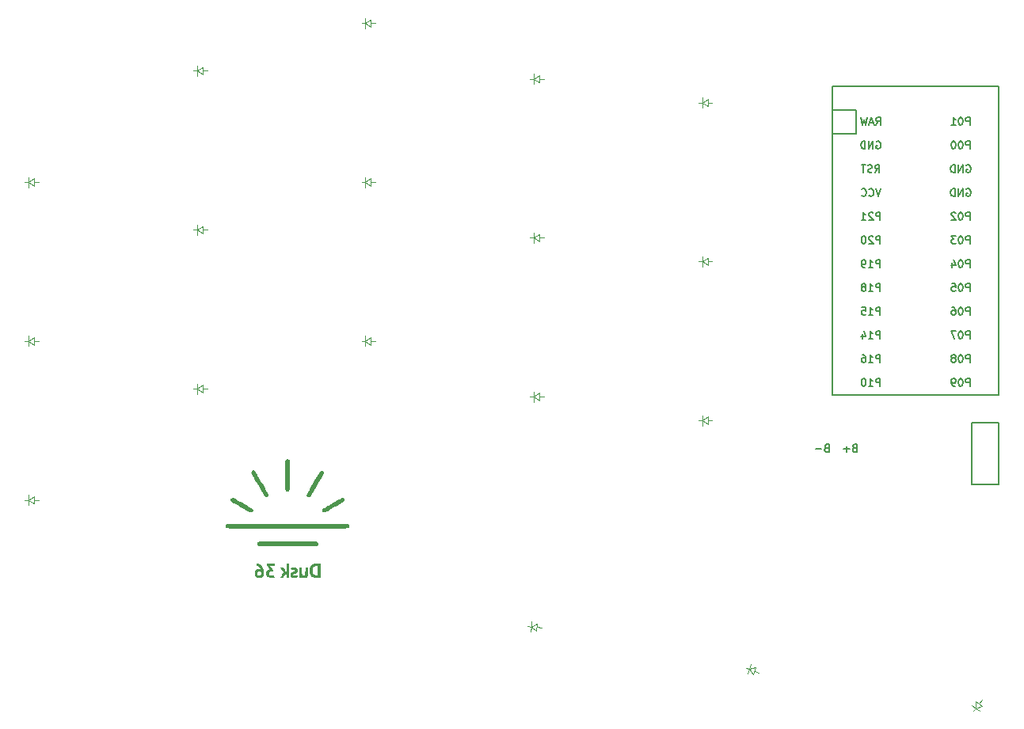
<source format=gbr>
%TF.GenerationSoftware,KiCad,Pcbnew,(6.0.7-1)-1*%
%TF.CreationDate,2022-09-04T19:21:53+10:00*%
%TF.ProjectId,Dusk 36,4475736b-2033-4362-9e6b-696361645f70,v1.0.0*%
%TF.SameCoordinates,Original*%
%TF.FileFunction,Legend,Bot*%
%TF.FilePolarity,Positive*%
%FSLAX46Y46*%
G04 Gerber Fmt 4.6, Leading zero omitted, Abs format (unit mm)*
G04 Created by KiCad (PCBNEW (6.0.7-1)-1) date 2022-09-04 19:21:53*
%MOMM*%
%LPD*%
G01*
G04 APERTURE LIST*
%ADD10C,0.150000*%
%ADD11C,0.100000*%
G04 APERTURE END LIST*
D10*
%TO.C,PAD1*%
X226999536Y-103284026D02*
X226885250Y-103322121D01*
X226847155Y-103360216D01*
X226809060Y-103436407D01*
X226809060Y-103550692D01*
X226847155Y-103626883D01*
X226885250Y-103664978D01*
X226961441Y-103703073D01*
X227266202Y-103703073D01*
X227266202Y-102903073D01*
X226999536Y-102903073D01*
X226923345Y-102941169D01*
X226885250Y-102979264D01*
X226847155Y-103055454D01*
X226847155Y-103131645D01*
X226885250Y-103207835D01*
X226923345Y-103245930D01*
X226999536Y-103284026D01*
X227266202Y-103284026D01*
X226466202Y-103398311D02*
X225856679Y-103398311D01*
X226161441Y-103703073D02*
X226161441Y-103093549D01*
%TO.C,PAD2*%
X223999543Y-103284032D02*
X223885257Y-103322127D01*
X223847162Y-103360222D01*
X223809067Y-103436413D01*
X223809067Y-103550698D01*
X223847162Y-103626889D01*
X223885257Y-103664984D01*
X223961448Y-103703079D01*
X224266209Y-103703079D01*
X224266209Y-102903079D01*
X223999543Y-102903079D01*
X223923352Y-102941175D01*
X223885257Y-102979270D01*
X223847162Y-103055460D01*
X223847162Y-103131651D01*
X223885257Y-103207841D01*
X223923352Y-103245936D01*
X223999543Y-103284032D01*
X224266209Y-103284032D01*
X223466209Y-103398317D02*
X222856686Y-103398317D01*
%TO.C,MCU2*%
X239332870Y-94133072D02*
X239332870Y-93333072D01*
X239028108Y-93333072D01*
X238951918Y-93371168D01*
X238913822Y-93409263D01*
X238875727Y-93485453D01*
X238875727Y-93599739D01*
X238913822Y-93675929D01*
X238951918Y-93714025D01*
X239028108Y-93752120D01*
X239332870Y-93752120D01*
X238380489Y-93333072D02*
X238304299Y-93333072D01*
X238228108Y-93371168D01*
X238190013Y-93409263D01*
X238151918Y-93485453D01*
X238113822Y-93637834D01*
X238113822Y-93828310D01*
X238151918Y-93980691D01*
X238190013Y-94056882D01*
X238228108Y-94094977D01*
X238304299Y-94133072D01*
X238380489Y-94133072D01*
X238456680Y-94094977D01*
X238494775Y-94056882D01*
X238532870Y-93980691D01*
X238570965Y-93828310D01*
X238570965Y-93637834D01*
X238532870Y-93485453D01*
X238494775Y-93409263D01*
X238456680Y-93371168D01*
X238380489Y-93333072D01*
X237656680Y-93675929D02*
X237732870Y-93637834D01*
X237770965Y-93599739D01*
X237809061Y-93523548D01*
X237809061Y-93485453D01*
X237770965Y-93409263D01*
X237732870Y-93371168D01*
X237656680Y-93333072D01*
X237504299Y-93333072D01*
X237428108Y-93371168D01*
X237390013Y-93409263D01*
X237351918Y-93485453D01*
X237351918Y-93523548D01*
X237390013Y-93599739D01*
X237428108Y-93637834D01*
X237504299Y-93675929D01*
X237656680Y-93675929D01*
X237732870Y-93714025D01*
X237770965Y-93752120D01*
X237809061Y-93828310D01*
X237809061Y-93980691D01*
X237770965Y-94056882D01*
X237732870Y-94094977D01*
X237656680Y-94133072D01*
X237504299Y-94133072D01*
X237428108Y-94094977D01*
X237390013Y-94056882D01*
X237351918Y-93980691D01*
X237351918Y-93828310D01*
X237390013Y-93752120D01*
X237428108Y-93714025D01*
X237504299Y-93675929D01*
X229732870Y-81433072D02*
X229732870Y-80633072D01*
X229428108Y-80633072D01*
X229351918Y-80671168D01*
X229313822Y-80709263D01*
X229275727Y-80785453D01*
X229275727Y-80899739D01*
X229313822Y-80975929D01*
X229351918Y-81014025D01*
X229428108Y-81052120D01*
X229732870Y-81052120D01*
X228970965Y-80709263D02*
X228932870Y-80671168D01*
X228856680Y-80633072D01*
X228666203Y-80633072D01*
X228590013Y-80671168D01*
X228551918Y-80709263D01*
X228513822Y-80785453D01*
X228513822Y-80861644D01*
X228551918Y-80975929D01*
X229009061Y-81433072D01*
X228513822Y-81433072D01*
X228018584Y-80633072D02*
X227942394Y-80633072D01*
X227866203Y-80671168D01*
X227828108Y-80709263D01*
X227790013Y-80785453D01*
X227751918Y-80937834D01*
X227751918Y-81128310D01*
X227790013Y-81280691D01*
X227828108Y-81356882D01*
X227866203Y-81394977D01*
X227942394Y-81433072D01*
X228018584Y-81433072D01*
X228094775Y-81394977D01*
X228132870Y-81356882D01*
X228170965Y-81280691D01*
X228209061Y-81128310D01*
X228209061Y-80937834D01*
X228170965Y-80785453D01*
X228132870Y-80709263D01*
X228094775Y-80671168D01*
X228018584Y-80633072D01*
X229732870Y-86513072D02*
X229732870Y-85713072D01*
X229428108Y-85713072D01*
X229351918Y-85751168D01*
X229313822Y-85789263D01*
X229275727Y-85865453D01*
X229275727Y-85979739D01*
X229313822Y-86055929D01*
X229351918Y-86094025D01*
X229428108Y-86132120D01*
X229732870Y-86132120D01*
X228513822Y-86513072D02*
X228970965Y-86513072D01*
X228742394Y-86513072D02*
X228742394Y-85713072D01*
X228818584Y-85827358D01*
X228894775Y-85903548D01*
X228970965Y-85941644D01*
X228056680Y-86055929D02*
X228132870Y-86017834D01*
X228170965Y-85979739D01*
X228209061Y-85903548D01*
X228209061Y-85865453D01*
X228170965Y-85789263D01*
X228132870Y-85751168D01*
X228056680Y-85713072D01*
X227904299Y-85713072D01*
X227828108Y-85751168D01*
X227790013Y-85789263D01*
X227751918Y-85865453D01*
X227751918Y-85903548D01*
X227790013Y-85979739D01*
X227828108Y-86017834D01*
X227904299Y-86055929D01*
X228056680Y-86055929D01*
X228132870Y-86094025D01*
X228170965Y-86132120D01*
X228209061Y-86208310D01*
X228209061Y-86360691D01*
X228170965Y-86436882D01*
X228132870Y-86474977D01*
X228056680Y-86513072D01*
X227904299Y-86513072D01*
X227828108Y-86474977D01*
X227790013Y-86436882D01*
X227751918Y-86360691D01*
X227751918Y-86208310D01*
X227790013Y-86132120D01*
X227828108Y-86094025D01*
X227904299Y-86055929D01*
X229732870Y-94133072D02*
X229732870Y-93333072D01*
X229428108Y-93333072D01*
X229351918Y-93371168D01*
X229313822Y-93409263D01*
X229275727Y-93485453D01*
X229275727Y-93599739D01*
X229313822Y-93675929D01*
X229351918Y-93714025D01*
X229428108Y-93752120D01*
X229732870Y-93752120D01*
X228513822Y-94133072D02*
X228970965Y-94133072D01*
X228742394Y-94133072D02*
X228742394Y-93333072D01*
X228818584Y-93447358D01*
X228894775Y-93523548D01*
X228970965Y-93561644D01*
X227828108Y-93333072D02*
X227980489Y-93333072D01*
X228056680Y-93371168D01*
X228094775Y-93409263D01*
X228170965Y-93523548D01*
X228209061Y-93675929D01*
X228209061Y-93980691D01*
X228170965Y-94056882D01*
X228132870Y-94094977D01*
X228056680Y-94133072D01*
X227904299Y-94133072D01*
X227828108Y-94094977D01*
X227790013Y-94056882D01*
X227751918Y-93980691D01*
X227751918Y-93790215D01*
X227790013Y-93714025D01*
X227828108Y-93675929D01*
X227904299Y-93637834D01*
X228056680Y-93637834D01*
X228132870Y-93675929D01*
X228170965Y-93714025D01*
X228209061Y-93790215D01*
X239332870Y-91593072D02*
X239332870Y-90793072D01*
X239028108Y-90793072D01*
X238951918Y-90831168D01*
X238913822Y-90869263D01*
X238875727Y-90945453D01*
X238875727Y-91059739D01*
X238913822Y-91135929D01*
X238951918Y-91174025D01*
X239028108Y-91212120D01*
X239332870Y-91212120D01*
X238380489Y-90793072D02*
X238304299Y-90793072D01*
X238228108Y-90831168D01*
X238190013Y-90869263D01*
X238151918Y-90945453D01*
X238113822Y-91097834D01*
X238113822Y-91288310D01*
X238151918Y-91440691D01*
X238190013Y-91516882D01*
X238228108Y-91554977D01*
X238304299Y-91593072D01*
X238380489Y-91593072D01*
X238456680Y-91554977D01*
X238494775Y-91516882D01*
X238532870Y-91440691D01*
X238570965Y-91288310D01*
X238570965Y-91097834D01*
X238532870Y-90945453D01*
X238494775Y-90869263D01*
X238456680Y-90831168D01*
X238380489Y-90793072D01*
X237847156Y-90793072D02*
X237313822Y-90793072D01*
X237656680Y-91593072D01*
X238970965Y-75591168D02*
X239047156Y-75553072D01*
X239161442Y-75553072D01*
X239275727Y-75591168D01*
X239351918Y-75667358D01*
X239390013Y-75743548D01*
X239428108Y-75895929D01*
X239428108Y-76010215D01*
X239390013Y-76162596D01*
X239351918Y-76238787D01*
X239275727Y-76314977D01*
X239161442Y-76353072D01*
X239085251Y-76353072D01*
X238970965Y-76314977D01*
X238932870Y-76276882D01*
X238932870Y-76010215D01*
X239085251Y-76010215D01*
X238590013Y-76353072D02*
X238590013Y-75553072D01*
X238132870Y-76353072D01*
X238132870Y-75553072D01*
X237751918Y-76353072D02*
X237751918Y-75553072D01*
X237561442Y-75553072D01*
X237447156Y-75591168D01*
X237370965Y-75667358D01*
X237332870Y-75743548D01*
X237294775Y-75895929D01*
X237294775Y-76010215D01*
X237332870Y-76162596D01*
X237370965Y-76238787D01*
X237447156Y-76314977D01*
X237561442Y-76353072D01*
X237751918Y-76353072D01*
X229732870Y-96673072D02*
X229732870Y-95873072D01*
X229428108Y-95873072D01*
X229351918Y-95911168D01*
X229313822Y-95949263D01*
X229275727Y-96025453D01*
X229275727Y-96139739D01*
X229313822Y-96215929D01*
X229351918Y-96254025D01*
X229428108Y-96292120D01*
X229732870Y-96292120D01*
X228513822Y-96673072D02*
X228970965Y-96673072D01*
X228742394Y-96673072D02*
X228742394Y-95873072D01*
X228818584Y-95987358D01*
X228894775Y-96063548D01*
X228970965Y-96101644D01*
X228018584Y-95873072D02*
X227942394Y-95873072D01*
X227866203Y-95911168D01*
X227828108Y-95949263D01*
X227790013Y-96025453D01*
X227751918Y-96177834D01*
X227751918Y-96368310D01*
X227790013Y-96520691D01*
X227828108Y-96596882D01*
X227866203Y-96634977D01*
X227942394Y-96673072D01*
X228018584Y-96673072D01*
X228094775Y-96634977D01*
X228132870Y-96596882D01*
X228170965Y-96520691D01*
X228209061Y-96368310D01*
X228209061Y-96177834D01*
X228170965Y-96025453D01*
X228132870Y-95949263D01*
X228094775Y-95911168D01*
X228018584Y-95873072D01*
X239332870Y-83973072D02*
X239332870Y-83173072D01*
X239028108Y-83173072D01*
X238951918Y-83211168D01*
X238913822Y-83249263D01*
X238875727Y-83325453D01*
X238875727Y-83439739D01*
X238913822Y-83515929D01*
X238951918Y-83554025D01*
X239028108Y-83592120D01*
X239332870Y-83592120D01*
X238380489Y-83173072D02*
X238304299Y-83173072D01*
X238228108Y-83211168D01*
X238190013Y-83249263D01*
X238151918Y-83325453D01*
X238113822Y-83477834D01*
X238113822Y-83668310D01*
X238151918Y-83820691D01*
X238190013Y-83896882D01*
X238228108Y-83934977D01*
X238304299Y-83973072D01*
X238380489Y-83973072D01*
X238456680Y-83934977D01*
X238494775Y-83896882D01*
X238532870Y-83820691D01*
X238570965Y-83668310D01*
X238570965Y-83477834D01*
X238532870Y-83325453D01*
X238494775Y-83249263D01*
X238456680Y-83211168D01*
X238380489Y-83173072D01*
X237428108Y-83439739D02*
X237428108Y-83973072D01*
X237618584Y-83134977D02*
X237809061Y-83706406D01*
X237313822Y-83706406D01*
X239332870Y-68733072D02*
X239332870Y-67933072D01*
X239028108Y-67933072D01*
X238951918Y-67971168D01*
X238913822Y-68009263D01*
X238875727Y-68085453D01*
X238875727Y-68199739D01*
X238913822Y-68275929D01*
X238951918Y-68314025D01*
X239028108Y-68352120D01*
X239332870Y-68352120D01*
X238380489Y-67933072D02*
X238304299Y-67933072D01*
X238228108Y-67971168D01*
X238190013Y-68009263D01*
X238151918Y-68085453D01*
X238113822Y-68237834D01*
X238113822Y-68428310D01*
X238151918Y-68580691D01*
X238190013Y-68656882D01*
X238228108Y-68694977D01*
X238304299Y-68733072D01*
X238380489Y-68733072D01*
X238456680Y-68694977D01*
X238494775Y-68656882D01*
X238532870Y-68580691D01*
X238570965Y-68428310D01*
X238570965Y-68237834D01*
X238532870Y-68085453D01*
X238494775Y-68009263D01*
X238456680Y-67971168D01*
X238380489Y-67933072D01*
X237351918Y-68733072D02*
X237809061Y-68733072D01*
X237580489Y-68733072D02*
X237580489Y-67933072D01*
X237656680Y-68047358D01*
X237732870Y-68123548D01*
X237809061Y-68161644D01*
X229732870Y-91593072D02*
X229732870Y-90793072D01*
X229428108Y-90793072D01*
X229351918Y-90831168D01*
X229313822Y-90869263D01*
X229275727Y-90945453D01*
X229275727Y-91059739D01*
X229313822Y-91135929D01*
X229351918Y-91174025D01*
X229428108Y-91212120D01*
X229732870Y-91212120D01*
X228513822Y-91593072D02*
X228970965Y-91593072D01*
X228742394Y-91593072D02*
X228742394Y-90793072D01*
X228818584Y-90907358D01*
X228894775Y-90983548D01*
X228970965Y-91021644D01*
X227828108Y-91059739D02*
X227828108Y-91593072D01*
X228018584Y-90754977D02*
X228209061Y-91326406D01*
X227713822Y-91326406D01*
X229732870Y-83973072D02*
X229732870Y-83173072D01*
X229428108Y-83173072D01*
X229351918Y-83211168D01*
X229313822Y-83249263D01*
X229275727Y-83325453D01*
X229275727Y-83439739D01*
X229313822Y-83515929D01*
X229351918Y-83554025D01*
X229428108Y-83592120D01*
X229732870Y-83592120D01*
X228513822Y-83973072D02*
X228970965Y-83973072D01*
X228742394Y-83973072D02*
X228742394Y-83173072D01*
X228818584Y-83287358D01*
X228894775Y-83363548D01*
X228970965Y-83401644D01*
X228132870Y-83973072D02*
X227980489Y-83973072D01*
X227904299Y-83934977D01*
X227866203Y-83896882D01*
X227790013Y-83782596D01*
X227751918Y-83630215D01*
X227751918Y-83325453D01*
X227790013Y-83249263D01*
X227828108Y-83211168D01*
X227904299Y-83173072D01*
X228056680Y-83173072D01*
X228132870Y-83211168D01*
X228170965Y-83249263D01*
X228209061Y-83325453D01*
X228209061Y-83515929D01*
X228170965Y-83592120D01*
X228132870Y-83630215D01*
X228056680Y-83668310D01*
X227904299Y-83668310D01*
X227828108Y-83630215D01*
X227790013Y-83592120D01*
X227751918Y-83515929D01*
X238970965Y-73051168D02*
X239047156Y-73013072D01*
X239161442Y-73013072D01*
X239275727Y-73051168D01*
X239351918Y-73127358D01*
X239390013Y-73203548D01*
X239428108Y-73355929D01*
X239428108Y-73470215D01*
X239390013Y-73622596D01*
X239351918Y-73698787D01*
X239275727Y-73774977D01*
X239161442Y-73813072D01*
X239085251Y-73813072D01*
X238970965Y-73774977D01*
X238932870Y-73736882D01*
X238932870Y-73470215D01*
X239085251Y-73470215D01*
X238590013Y-73813072D02*
X238590013Y-73013072D01*
X238132870Y-73813072D01*
X238132870Y-73013072D01*
X237751918Y-73813072D02*
X237751918Y-73013072D01*
X237561442Y-73013072D01*
X237447156Y-73051168D01*
X237370965Y-73127358D01*
X237332870Y-73203548D01*
X237294775Y-73355929D01*
X237294775Y-73470215D01*
X237332870Y-73622596D01*
X237370965Y-73698787D01*
X237447156Y-73774977D01*
X237561442Y-73813072D01*
X237751918Y-73813072D01*
X229313822Y-68733072D02*
X229580489Y-68352120D01*
X229770965Y-68733072D02*
X229770965Y-67933072D01*
X229466203Y-67933072D01*
X229390013Y-67971168D01*
X229351918Y-68009263D01*
X229313822Y-68085453D01*
X229313822Y-68199739D01*
X229351918Y-68275929D01*
X229390013Y-68314025D01*
X229466203Y-68352120D01*
X229770965Y-68352120D01*
X229009061Y-68504501D02*
X228628108Y-68504501D01*
X229085251Y-68733072D02*
X228818584Y-67933072D01*
X228551918Y-68733072D01*
X228361442Y-67933072D02*
X228170965Y-68733072D01*
X228018584Y-68161644D01*
X227866203Y-68733072D01*
X227675727Y-67933072D01*
X239332870Y-96673072D02*
X239332870Y-95873072D01*
X239028108Y-95873072D01*
X238951918Y-95911168D01*
X238913822Y-95949263D01*
X238875727Y-96025453D01*
X238875727Y-96139739D01*
X238913822Y-96215929D01*
X238951918Y-96254025D01*
X239028108Y-96292120D01*
X239332870Y-96292120D01*
X238380489Y-95873072D02*
X238304299Y-95873072D01*
X238228108Y-95911168D01*
X238190013Y-95949263D01*
X238151918Y-96025453D01*
X238113822Y-96177834D01*
X238113822Y-96368310D01*
X238151918Y-96520691D01*
X238190013Y-96596882D01*
X238228108Y-96634977D01*
X238304299Y-96673072D01*
X238380489Y-96673072D01*
X238456680Y-96634977D01*
X238494775Y-96596882D01*
X238532870Y-96520691D01*
X238570965Y-96368310D01*
X238570965Y-96177834D01*
X238532870Y-96025453D01*
X238494775Y-95949263D01*
X238456680Y-95911168D01*
X238380489Y-95873072D01*
X237732870Y-96673072D02*
X237580489Y-96673072D01*
X237504299Y-96634977D01*
X237466203Y-96596882D01*
X237390013Y-96482596D01*
X237351918Y-96330215D01*
X237351918Y-96025453D01*
X237390013Y-95949263D01*
X237428108Y-95911168D01*
X237504299Y-95873072D01*
X237656680Y-95873072D01*
X237732870Y-95911168D01*
X237770965Y-95949263D01*
X237809061Y-96025453D01*
X237809061Y-96215929D01*
X237770965Y-96292120D01*
X237732870Y-96330215D01*
X237656680Y-96368310D01*
X237504299Y-96368310D01*
X237428108Y-96330215D01*
X237390013Y-96292120D01*
X237351918Y-96215929D01*
X239332870Y-78893072D02*
X239332870Y-78093072D01*
X239028108Y-78093072D01*
X238951918Y-78131168D01*
X238913822Y-78169263D01*
X238875727Y-78245453D01*
X238875727Y-78359739D01*
X238913822Y-78435929D01*
X238951918Y-78474025D01*
X239028108Y-78512120D01*
X239332870Y-78512120D01*
X238380489Y-78093072D02*
X238304299Y-78093072D01*
X238228108Y-78131168D01*
X238190013Y-78169263D01*
X238151918Y-78245453D01*
X238113822Y-78397834D01*
X238113822Y-78588310D01*
X238151918Y-78740691D01*
X238190013Y-78816882D01*
X238228108Y-78854977D01*
X238304299Y-78893072D01*
X238380489Y-78893072D01*
X238456680Y-78854977D01*
X238494775Y-78816882D01*
X238532870Y-78740691D01*
X238570965Y-78588310D01*
X238570965Y-78397834D01*
X238532870Y-78245453D01*
X238494775Y-78169263D01*
X238456680Y-78131168D01*
X238380489Y-78093072D01*
X237809061Y-78169263D02*
X237770965Y-78131168D01*
X237694775Y-78093072D01*
X237504299Y-78093072D01*
X237428108Y-78131168D01*
X237390013Y-78169263D01*
X237351918Y-78245453D01*
X237351918Y-78321644D01*
X237390013Y-78435929D01*
X237847156Y-78893072D01*
X237351918Y-78893072D01*
X229828108Y-75553072D02*
X229561442Y-76353072D01*
X229294775Y-75553072D01*
X228570965Y-76276882D02*
X228609061Y-76314977D01*
X228723346Y-76353072D01*
X228799537Y-76353072D01*
X228913822Y-76314977D01*
X228990013Y-76238787D01*
X229028108Y-76162596D01*
X229066203Y-76010215D01*
X229066203Y-75895929D01*
X229028108Y-75743548D01*
X228990013Y-75667358D01*
X228913822Y-75591168D01*
X228799537Y-75553072D01*
X228723346Y-75553072D01*
X228609061Y-75591168D01*
X228570965Y-75629263D01*
X227770965Y-76276882D02*
X227809061Y-76314977D01*
X227923346Y-76353072D01*
X227999537Y-76353072D01*
X228113822Y-76314977D01*
X228190013Y-76238787D01*
X228228108Y-76162596D01*
X228266203Y-76010215D01*
X228266203Y-75895929D01*
X228228108Y-75743548D01*
X228190013Y-75667358D01*
X228113822Y-75591168D01*
X227999537Y-75553072D01*
X227923346Y-75553072D01*
X227809061Y-75591168D01*
X227770965Y-75629263D01*
X229199537Y-73813072D02*
X229466203Y-73432120D01*
X229656680Y-73813072D02*
X229656680Y-73013072D01*
X229351918Y-73013072D01*
X229275727Y-73051168D01*
X229237632Y-73089263D01*
X229199537Y-73165453D01*
X229199537Y-73279739D01*
X229237632Y-73355929D01*
X229275727Y-73394025D01*
X229351918Y-73432120D01*
X229656680Y-73432120D01*
X228894775Y-73774977D02*
X228780489Y-73813072D01*
X228590013Y-73813072D01*
X228513822Y-73774977D01*
X228475727Y-73736882D01*
X228437632Y-73660691D01*
X228437632Y-73584501D01*
X228475727Y-73508310D01*
X228513822Y-73470215D01*
X228590013Y-73432120D01*
X228742394Y-73394025D01*
X228818584Y-73355929D01*
X228856680Y-73317834D01*
X228894775Y-73241644D01*
X228894775Y-73165453D01*
X228856680Y-73089263D01*
X228818584Y-73051168D01*
X228742394Y-73013072D01*
X228551918Y-73013072D01*
X228437632Y-73051168D01*
X228209061Y-73013072D02*
X227751918Y-73013072D01*
X227980489Y-73813072D02*
X227980489Y-73013072D01*
X229370965Y-70511168D02*
X229447156Y-70473072D01*
X229561442Y-70473072D01*
X229675727Y-70511168D01*
X229751918Y-70587358D01*
X229790013Y-70663548D01*
X229828108Y-70815929D01*
X229828108Y-70930215D01*
X229790013Y-71082596D01*
X229751918Y-71158787D01*
X229675727Y-71234977D01*
X229561442Y-71273072D01*
X229485251Y-71273072D01*
X229370965Y-71234977D01*
X229332870Y-71196882D01*
X229332870Y-70930215D01*
X229485251Y-70930215D01*
X228990013Y-71273072D02*
X228990013Y-70473072D01*
X228532870Y-71273072D01*
X228532870Y-70473072D01*
X228151918Y-71273072D02*
X228151918Y-70473072D01*
X227961442Y-70473072D01*
X227847156Y-70511168D01*
X227770965Y-70587358D01*
X227732870Y-70663548D01*
X227694775Y-70815929D01*
X227694775Y-70930215D01*
X227732870Y-71082596D01*
X227770965Y-71158787D01*
X227847156Y-71234977D01*
X227961442Y-71273072D01*
X228151918Y-71273072D01*
X229732870Y-89053072D02*
X229732870Y-88253072D01*
X229428108Y-88253072D01*
X229351918Y-88291168D01*
X229313822Y-88329263D01*
X229275727Y-88405453D01*
X229275727Y-88519739D01*
X229313822Y-88595929D01*
X229351918Y-88634025D01*
X229428108Y-88672120D01*
X229732870Y-88672120D01*
X228513822Y-89053072D02*
X228970965Y-89053072D01*
X228742394Y-89053072D02*
X228742394Y-88253072D01*
X228818584Y-88367358D01*
X228894775Y-88443548D01*
X228970965Y-88481644D01*
X227790013Y-88253072D02*
X228170965Y-88253072D01*
X228209061Y-88634025D01*
X228170965Y-88595929D01*
X228094775Y-88557834D01*
X227904299Y-88557834D01*
X227828108Y-88595929D01*
X227790013Y-88634025D01*
X227751918Y-88710215D01*
X227751918Y-88900691D01*
X227790013Y-88976882D01*
X227828108Y-89014977D01*
X227904299Y-89053072D01*
X228094775Y-89053072D01*
X228170965Y-89014977D01*
X228209061Y-88976882D01*
X239332870Y-86513072D02*
X239332870Y-85713072D01*
X239028108Y-85713072D01*
X238951918Y-85751168D01*
X238913822Y-85789263D01*
X238875727Y-85865453D01*
X238875727Y-85979739D01*
X238913822Y-86055929D01*
X238951918Y-86094025D01*
X239028108Y-86132120D01*
X239332870Y-86132120D01*
X238380489Y-85713072D02*
X238304299Y-85713072D01*
X238228108Y-85751168D01*
X238190013Y-85789263D01*
X238151918Y-85865453D01*
X238113822Y-86017834D01*
X238113822Y-86208310D01*
X238151918Y-86360691D01*
X238190013Y-86436882D01*
X238228108Y-86474977D01*
X238304299Y-86513072D01*
X238380489Y-86513072D01*
X238456680Y-86474977D01*
X238494775Y-86436882D01*
X238532870Y-86360691D01*
X238570965Y-86208310D01*
X238570965Y-86017834D01*
X238532870Y-85865453D01*
X238494775Y-85789263D01*
X238456680Y-85751168D01*
X238380489Y-85713072D01*
X237390013Y-85713072D02*
X237770965Y-85713072D01*
X237809061Y-86094025D01*
X237770965Y-86055929D01*
X237694775Y-86017834D01*
X237504299Y-86017834D01*
X237428108Y-86055929D01*
X237390013Y-86094025D01*
X237351918Y-86170215D01*
X237351918Y-86360691D01*
X237390013Y-86436882D01*
X237428108Y-86474977D01*
X237504299Y-86513072D01*
X237694775Y-86513072D01*
X237770965Y-86474977D01*
X237809061Y-86436882D01*
X239332870Y-71273072D02*
X239332870Y-70473072D01*
X239028108Y-70473072D01*
X238951918Y-70511168D01*
X238913822Y-70549263D01*
X238875727Y-70625453D01*
X238875727Y-70739739D01*
X238913822Y-70815929D01*
X238951918Y-70854025D01*
X239028108Y-70892120D01*
X239332870Y-70892120D01*
X238380489Y-70473072D02*
X238304299Y-70473072D01*
X238228108Y-70511168D01*
X238190013Y-70549263D01*
X238151918Y-70625453D01*
X238113822Y-70777834D01*
X238113822Y-70968310D01*
X238151918Y-71120691D01*
X238190013Y-71196882D01*
X238228108Y-71234977D01*
X238304299Y-71273072D01*
X238380489Y-71273072D01*
X238456680Y-71234977D01*
X238494775Y-71196882D01*
X238532870Y-71120691D01*
X238570965Y-70968310D01*
X238570965Y-70777834D01*
X238532870Y-70625453D01*
X238494775Y-70549263D01*
X238456680Y-70511168D01*
X238380489Y-70473072D01*
X237618584Y-70473072D02*
X237542394Y-70473072D01*
X237466203Y-70511168D01*
X237428108Y-70549263D01*
X237390013Y-70625453D01*
X237351918Y-70777834D01*
X237351918Y-70968310D01*
X237390013Y-71120691D01*
X237428108Y-71196882D01*
X237466203Y-71234977D01*
X237542394Y-71273072D01*
X237618584Y-71273072D01*
X237694775Y-71234977D01*
X237732870Y-71196882D01*
X237770965Y-71120691D01*
X237809061Y-70968310D01*
X237809061Y-70777834D01*
X237770965Y-70625453D01*
X237732870Y-70549263D01*
X237694775Y-70511168D01*
X237618584Y-70473072D01*
X239332870Y-89053072D02*
X239332870Y-88253072D01*
X239028108Y-88253072D01*
X238951918Y-88291168D01*
X238913822Y-88329263D01*
X238875727Y-88405453D01*
X238875727Y-88519739D01*
X238913822Y-88595929D01*
X238951918Y-88634025D01*
X239028108Y-88672120D01*
X239332870Y-88672120D01*
X238380489Y-88253072D02*
X238304299Y-88253072D01*
X238228108Y-88291168D01*
X238190013Y-88329263D01*
X238151918Y-88405453D01*
X238113822Y-88557834D01*
X238113822Y-88748310D01*
X238151918Y-88900691D01*
X238190013Y-88976882D01*
X238228108Y-89014977D01*
X238304299Y-89053072D01*
X238380489Y-89053072D01*
X238456680Y-89014977D01*
X238494775Y-88976882D01*
X238532870Y-88900691D01*
X238570965Y-88748310D01*
X238570965Y-88557834D01*
X238532870Y-88405453D01*
X238494775Y-88329263D01*
X238456680Y-88291168D01*
X238380489Y-88253072D01*
X237428108Y-88253072D02*
X237580489Y-88253072D01*
X237656680Y-88291168D01*
X237694775Y-88329263D01*
X237770965Y-88443548D01*
X237809061Y-88595929D01*
X237809061Y-88900691D01*
X237770965Y-88976882D01*
X237732870Y-89014977D01*
X237656680Y-89053072D01*
X237504299Y-89053072D01*
X237428108Y-89014977D01*
X237390013Y-88976882D01*
X237351918Y-88900691D01*
X237351918Y-88710215D01*
X237390013Y-88634025D01*
X237428108Y-88595929D01*
X237504299Y-88557834D01*
X237656680Y-88557834D01*
X237732870Y-88595929D01*
X237770965Y-88634025D01*
X237809061Y-88710215D01*
X239332870Y-81433072D02*
X239332870Y-80633072D01*
X239028108Y-80633072D01*
X238951918Y-80671168D01*
X238913822Y-80709263D01*
X238875727Y-80785453D01*
X238875727Y-80899739D01*
X238913822Y-80975929D01*
X238951918Y-81014025D01*
X239028108Y-81052120D01*
X239332870Y-81052120D01*
X238380489Y-80633072D02*
X238304299Y-80633072D01*
X238228108Y-80671168D01*
X238190013Y-80709263D01*
X238151918Y-80785453D01*
X238113822Y-80937834D01*
X238113822Y-81128310D01*
X238151918Y-81280691D01*
X238190013Y-81356882D01*
X238228108Y-81394977D01*
X238304299Y-81433072D01*
X238380489Y-81433072D01*
X238456680Y-81394977D01*
X238494775Y-81356882D01*
X238532870Y-81280691D01*
X238570965Y-81128310D01*
X238570965Y-80937834D01*
X238532870Y-80785453D01*
X238494775Y-80709263D01*
X238456680Y-80671168D01*
X238380489Y-80633072D01*
X237847156Y-80633072D02*
X237351918Y-80633072D01*
X237618584Y-80937834D01*
X237504299Y-80937834D01*
X237428108Y-80975929D01*
X237390013Y-81014025D01*
X237351918Y-81090215D01*
X237351918Y-81280691D01*
X237390013Y-81356882D01*
X237428108Y-81394977D01*
X237504299Y-81433072D01*
X237732870Y-81433072D01*
X237809061Y-81394977D01*
X237847156Y-81356882D01*
X229732870Y-78893072D02*
X229732870Y-78093072D01*
X229428108Y-78093072D01*
X229351918Y-78131168D01*
X229313822Y-78169263D01*
X229275727Y-78245453D01*
X229275727Y-78359739D01*
X229313822Y-78435929D01*
X229351918Y-78474025D01*
X229428108Y-78512120D01*
X229732870Y-78512120D01*
X228970965Y-78169263D02*
X228932870Y-78131168D01*
X228856680Y-78093072D01*
X228666203Y-78093072D01*
X228590013Y-78131168D01*
X228551918Y-78169263D01*
X228513822Y-78245453D01*
X228513822Y-78321644D01*
X228551918Y-78435929D01*
X229009061Y-78893072D01*
X228513822Y-78893072D01*
X227751918Y-78893072D02*
X228209061Y-78893072D01*
X227980489Y-78893072D02*
X227980489Y-78093072D01*
X228056680Y-78207358D01*
X228132870Y-78283548D01*
X228209061Y-78321644D01*
D11*
%TO.C,D6*%
X157311442Y-62941168D02*
X157811442Y-62941168D01*
X157311442Y-63341168D02*
X156711442Y-62941168D01*
X156711442Y-62941168D02*
X156711442Y-63491168D01*
X156311442Y-62941168D02*
X156711442Y-62941168D01*
X157311442Y-62541168D02*
X157311442Y-63341168D01*
X156711442Y-62941168D02*
X157311442Y-62541168D01*
X156711442Y-62941168D02*
X156711442Y-62391168D01*
%TO.C,D16*%
X193027244Y-122450591D02*
X193525341Y-122494169D01*
X192992381Y-122849069D02*
X192429527Y-122398297D01*
X192429527Y-122398297D02*
X193062106Y-122052113D01*
X193062106Y-122052113D02*
X192992381Y-122849069D01*
X192031049Y-122363435D02*
X192429527Y-122398297D01*
X192429527Y-122398297D02*
X192477463Y-121850390D01*
X192429527Y-122398297D02*
X192381591Y-122946205D01*
%TO.C,D1*%
X138311446Y-108841166D02*
X138711446Y-108841166D01*
X138711446Y-108841166D02*
X138711446Y-108291166D01*
X139311446Y-108841166D02*
X139811446Y-108841166D01*
X138711446Y-108841166D02*
X139311446Y-108441166D01*
X139311446Y-109241166D02*
X138711446Y-108841166D01*
X138711446Y-108841166D02*
X138711446Y-109391166D01*
X139311446Y-108441166D02*
X139311446Y-109241166D01*
%TO.C,D8*%
X175311442Y-75241174D02*
X174711442Y-74841174D01*
X175311442Y-74441174D02*
X175311442Y-75241174D01*
X175311442Y-74841174D02*
X175811442Y-74841174D01*
X174311442Y-74841174D02*
X174711442Y-74841174D01*
X174711442Y-74841174D02*
X174711442Y-74291174D01*
X174711442Y-74841174D02*
X174711442Y-75391174D01*
X174711442Y-74841174D02*
X175311442Y-74441174D01*
%TO.C,D3*%
X139311449Y-74441168D02*
X139311449Y-75241168D01*
X138711449Y-74841168D02*
X138711449Y-75391168D01*
X138711449Y-74841168D02*
X138711449Y-74291168D01*
X139311449Y-74841168D02*
X139811449Y-74841168D01*
X138711449Y-74841168D02*
X139311449Y-74441168D01*
X138311449Y-74841168D02*
X138711449Y-74841168D01*
X139311449Y-75241168D02*
X138711449Y-74841168D01*
%TO.C,D5*%
X157311445Y-80341170D02*
X156711445Y-79941170D01*
X156711445Y-79941170D02*
X156711445Y-79391170D01*
X156711445Y-79941170D02*
X156711445Y-80491170D01*
X157311445Y-79941170D02*
X157811445Y-79941170D01*
X157311445Y-79541170D02*
X157311445Y-80341170D01*
X156311445Y-79941170D02*
X156711445Y-79941170D01*
X156711445Y-79941170D02*
X157311445Y-79541170D01*
%TO.C,D18*%
X239991328Y-130388268D02*
X240646650Y-130847130D01*
X239974843Y-131109190D02*
X239524310Y-130793723D01*
X239974843Y-131109190D02*
X239991328Y-130388268D01*
X239974843Y-131109190D02*
X240425377Y-131424657D01*
X240646650Y-130847130D02*
X239974843Y-131109190D01*
X240318989Y-130617699D02*
X240605777Y-130208123D01*
X239745413Y-131436851D02*
X239974843Y-131109190D01*
%TO.C,D12*%
X192711444Y-63791175D02*
X193311444Y-63391175D01*
X193311444Y-63791175D02*
X193811444Y-63791175D01*
X192711444Y-63791175D02*
X192711444Y-64341175D01*
X193311444Y-63391175D02*
X193311444Y-64191175D01*
X192711444Y-63791175D02*
X192711444Y-63241175D01*
X193311444Y-64191175D02*
X192711444Y-63791175D01*
X192311444Y-63791175D02*
X192711444Y-63791175D01*
%TO.C,D15*%
X211311447Y-66741168D02*
X210711447Y-66341168D01*
X211311447Y-65941168D02*
X211311447Y-66741168D01*
X210711447Y-66341168D02*
X210711447Y-65791168D01*
X210311447Y-66341168D02*
X210711447Y-66341168D01*
X210711447Y-66341168D02*
X210711447Y-66891168D01*
X210711447Y-66341168D02*
X211311447Y-65941168D01*
X211311447Y-66341168D02*
X211811447Y-66341168D01*
%TO.C,D13*%
X210311444Y-100341176D02*
X210711444Y-100341176D01*
X211311444Y-99941176D02*
X211311444Y-100741176D01*
X210711444Y-100341176D02*
X211311444Y-99941176D01*
X211311444Y-100341176D02*
X211811444Y-100341176D01*
X211311444Y-100741176D02*
X210711444Y-100341176D01*
X210711444Y-100341176D02*
X210711444Y-99791176D01*
X210711444Y-100341176D02*
X210711444Y-100891176D01*
%TO.C,D17*%
X215382740Y-126786343D02*
X215758617Y-126923151D01*
X215758617Y-126923151D02*
X215946728Y-126406320D01*
X215758617Y-126923151D02*
X215570506Y-127439982D01*
X215758617Y-126923151D02*
X216459240Y-126752486D01*
X216459240Y-126752486D02*
X216185624Y-127504240D01*
X216185624Y-127504240D02*
X215758617Y-126923151D01*
X216322432Y-127128363D02*
X216792278Y-127299373D01*
%TO.C,D11*%
X192711444Y-80791162D02*
X192711444Y-80241162D01*
X192311444Y-80791162D02*
X192711444Y-80791162D01*
X192711444Y-80791162D02*
X193311444Y-80391162D01*
X193311444Y-80391162D02*
X193311444Y-81191162D01*
X193311444Y-81191162D02*
X192711444Y-80791162D01*
X192711444Y-80791162D02*
X192711444Y-81341162D01*
X193311444Y-80791162D02*
X193811444Y-80791162D01*
D10*
%TO.C,T2*%
X242411444Y-103841167D02*
X242411444Y-107141167D01*
X239561444Y-107141167D02*
X242411444Y-107141167D01*
X242411444Y-100541167D02*
X239561444Y-100541167D01*
X239561444Y-100541167D02*
X239561444Y-107141167D01*
X242411444Y-103841167D02*
X242411444Y-100541167D01*
X242411444Y-105791167D02*
X242411444Y-101891167D01*
D11*
%TO.C,D14*%
X211311440Y-82941165D02*
X211311440Y-83741165D01*
X210311440Y-83341165D02*
X210711440Y-83341165D01*
X210711440Y-83341165D02*
X210711440Y-83891165D01*
X210711440Y-83341165D02*
X211311440Y-82941165D01*
X211311440Y-83741165D02*
X210711440Y-83341165D01*
X211311440Y-83341165D02*
X211811440Y-83341165D01*
X210711440Y-83341165D02*
X210711440Y-82791165D01*
%TO.C,D7*%
X174711437Y-91841170D02*
X175311437Y-91441170D01*
X175311437Y-92241170D02*
X174711437Y-91841170D01*
X174311437Y-91841170D02*
X174711437Y-91841170D01*
X175311437Y-91841170D02*
X175811437Y-91841170D01*
X174711437Y-91841170D02*
X174711437Y-91291170D01*
X174711437Y-91841170D02*
X174711437Y-92391170D01*
X175311437Y-91441170D02*
X175311437Y-92241170D01*
%TO.C,D10*%
X192711448Y-97791167D02*
X192711448Y-98341167D01*
X192311448Y-97791167D02*
X192711448Y-97791167D01*
X193311448Y-97391167D02*
X193311448Y-98191167D01*
X192711448Y-97791167D02*
X192711448Y-97241167D01*
X193311448Y-97791167D02*
X193811448Y-97791167D01*
X193311448Y-98191167D02*
X192711448Y-97791167D01*
X192711448Y-97791167D02*
X193311448Y-97391167D01*
%TO.C,D4*%
X156711444Y-96941166D02*
X157311444Y-96541166D01*
X156311444Y-96941166D02*
X156711444Y-96941166D01*
X157311444Y-96941166D02*
X157811444Y-96941166D01*
X157311444Y-96541166D02*
X157311444Y-97341166D01*
X156711444Y-96941166D02*
X156711444Y-96391166D01*
X157311444Y-97341166D02*
X156711444Y-96941166D01*
X156711444Y-96941166D02*
X156711444Y-97491166D01*
%TO.C,D9*%
X174311442Y-57841165D02*
X174711442Y-57841165D01*
X175311442Y-57841165D02*
X175811442Y-57841165D01*
X175311442Y-58241165D02*
X174711442Y-57841165D01*
X174711442Y-57841165D02*
X175311442Y-57441165D01*
X174711442Y-57841165D02*
X174711442Y-57291165D01*
X174711442Y-57841165D02*
X174711442Y-58391165D01*
X175311442Y-57441165D02*
X175311442Y-58241165D01*
%TO.C,D2*%
X139311440Y-92241171D02*
X138711440Y-91841171D01*
X139311440Y-91841171D02*
X139811440Y-91841171D01*
X138711440Y-91841171D02*
X138711440Y-91291171D01*
X139311440Y-91441171D02*
X139311440Y-92241171D01*
X138711440Y-91841171D02*
X139311440Y-91441171D01*
X138711440Y-91841171D02*
X138711440Y-92391171D01*
X138311440Y-91841171D02*
X138711440Y-91841171D01*
D10*
%TO.C,MCU2*%
X227211442Y-69641168D02*
X224671442Y-69641168D01*
X227211442Y-67101168D02*
X224671442Y-67101168D01*
X242451442Y-97581168D02*
X242451442Y-64561168D01*
X224671442Y-97581168D02*
X242451442Y-97581168D01*
X242451442Y-64561168D02*
X224671442Y-64561168D01*
X224671442Y-64561168D02*
X224671442Y-97581168D01*
X227211442Y-67101168D02*
X227211442Y-69641168D01*
%TO.C,G\u002A\u002A\u002A*%
G36*
X164997723Y-115909343D02*
G01*
X164509871Y-115900797D01*
X164570557Y-115958623D01*
X164602851Y-115993172D01*
X164645991Y-116044577D01*
X164694319Y-116105873D01*
X164742201Y-116170116D01*
X164776612Y-116218132D01*
X164811579Y-116269146D01*
X164833939Y-116306758D01*
X164846469Y-116336616D01*
X164851949Y-116364371D01*
X164853158Y-116395672D01*
X164853158Y-116467560D01*
X164712208Y-116477463D01*
X164663928Y-116481763D01*
X164570336Y-116498037D01*
X164500793Y-116524564D01*
X164452614Y-116563176D01*
X164423116Y-116615705D01*
X164409613Y-116683983D01*
X164409774Y-116729949D01*
X164429213Y-116801522D01*
X164470585Y-116858997D01*
X164530910Y-116900609D01*
X164607209Y-116924593D01*
X164696500Y-116929185D01*
X164795803Y-116912621D01*
X164848380Y-116898618D01*
X164895858Y-116888656D01*
X164926315Y-116890310D01*
X164945991Y-116906309D01*
X164961129Y-116939383D01*
X164977970Y-116992260D01*
X164982123Y-117005653D01*
X164997187Y-117054557D01*
X165007809Y-117089550D01*
X165011906Y-117103789D01*
X165011733Y-117105161D01*
X164995823Y-117117040D01*
X164958796Y-117131409D01*
X164907098Y-117146110D01*
X164847172Y-117158982D01*
X164785944Y-117168432D01*
X164633131Y-117175744D01*
X164493414Y-117157472D01*
X164367020Y-117113639D01*
X164302625Y-117076292D01*
X164225364Y-117004828D01*
X164169551Y-116914592D01*
X164135696Y-116806495D01*
X164124310Y-116681446D01*
X164124889Y-116652468D01*
X164139911Y-116544165D01*
X164176233Y-116452600D01*
X164235141Y-116374211D01*
X164278525Y-116339674D01*
X164346119Y-116304086D01*
X164419740Y-116278957D01*
X164487011Y-116269437D01*
X164539015Y-116269437D01*
X164502790Y-116240942D01*
X164492894Y-116231644D01*
X164464079Y-116199437D01*
X164424295Y-116151285D01*
X164377428Y-116091945D01*
X164327363Y-116026173D01*
X164188161Y-115839899D01*
X164188161Y-115662265D01*
X164997723Y-115662265D01*
X164997723Y-115909343D01*
G37*
G36*
X166559021Y-117151281D02*
G01*
X166269891Y-117151281D01*
X166269891Y-116934434D01*
X166269854Y-116876603D01*
X166269355Y-116810059D01*
X166267752Y-116765280D01*
X166264398Y-116737958D01*
X166258646Y-116723785D01*
X166249851Y-116718452D01*
X166237364Y-116717650D01*
X166227287Y-116719653D01*
X166210900Y-116730887D01*
X166190015Y-116754822D01*
X166162289Y-116794623D01*
X166125379Y-116853459D01*
X166076942Y-116934497D01*
X165949047Y-117151281D01*
X165617676Y-117151281D01*
X165665497Y-117067784D01*
X165690583Y-117023947D01*
X165726139Y-116961761D01*
X165766635Y-116890898D01*
X165807285Y-116819731D01*
X165832983Y-116775689D01*
X165880488Y-116701140D01*
X165920453Y-116649410D01*
X165954915Y-116617713D01*
X165970514Y-116606451D01*
X165997997Y-116584198D01*
X166009127Y-116571272D01*
X166008266Y-116568787D01*
X165992384Y-116552517D01*
X165962692Y-116529916D01*
X165948067Y-116515584D01*
X165918817Y-116479601D01*
X165880715Y-116428416D01*
X165837313Y-116367237D01*
X165792164Y-116301271D01*
X165748818Y-116235727D01*
X165710829Y-116175810D01*
X165681749Y-116126728D01*
X165665130Y-116093690D01*
X165673525Y-116089427D01*
X165705437Y-116085320D01*
X165755812Y-116082531D01*
X165819046Y-116081503D01*
X165977782Y-116081503D01*
X166096648Y-116291536D01*
X166119354Y-116331717D01*
X166161593Y-116405873D01*
X166195098Y-116461355D01*
X166220878Y-116497026D01*
X166239942Y-116511748D01*
X166253303Y-116504385D01*
X166261968Y-116473798D01*
X166266950Y-116418851D01*
X166269258Y-116338405D01*
X166269901Y-116231323D01*
X166269891Y-116096468D01*
X166269891Y-115662265D01*
X166559021Y-115662265D01*
X166559021Y-117151281D01*
G37*
G36*
X167946895Y-116424844D02*
G01*
X167946983Y-116506406D01*
X167947494Y-116597402D01*
X167948719Y-116666237D01*
X167950948Y-116716835D01*
X167954468Y-116753117D01*
X167959570Y-116779007D01*
X167966543Y-116798427D01*
X167975676Y-116815300D01*
X168015038Y-116862387D01*
X168069347Y-116898782D01*
X168128798Y-116917748D01*
X168186284Y-116917106D01*
X168234700Y-116894679D01*
X168235075Y-116894368D01*
X168252520Y-116872996D01*
X168266408Y-116839249D01*
X168277060Y-116790380D01*
X168284795Y-116723640D01*
X168289935Y-116636279D01*
X168292801Y-116525550D01*
X168293712Y-116388703D01*
X168293796Y-116081503D01*
X168582925Y-116081503D01*
X168582815Y-116403159D01*
X168582566Y-116476697D01*
X168580293Y-116622524D01*
X168575455Y-116743244D01*
X168567817Y-116841432D01*
X168557143Y-116919663D01*
X168543197Y-116980515D01*
X168525744Y-117026561D01*
X168480861Y-117088958D01*
X168415910Y-117138396D01*
X168339991Y-117167202D01*
X168278178Y-117173628D01*
X168197265Y-117170212D01*
X168117589Y-117156888D01*
X168052569Y-117135153D01*
X168035335Y-117125858D01*
X167985558Y-117090987D01*
X167942154Y-117050995D01*
X167892260Y-116995768D01*
X167872481Y-117069910D01*
X167852702Y-117144053D01*
X167738943Y-117148307D01*
X167625183Y-117152562D01*
X167636146Y-117112166D01*
X167638183Y-117097239D01*
X167641057Y-117054524D01*
X167643956Y-116989286D01*
X167646761Y-116905203D01*
X167649353Y-116805949D01*
X167651614Y-116695201D01*
X167653425Y-116576636D01*
X167659740Y-116081503D01*
X167946841Y-116081503D01*
X167946895Y-116424844D01*
G37*
G36*
X167136329Y-111433757D02*
G01*
X167611653Y-111433771D01*
X168060004Y-111433797D01*
X168482175Y-111433839D01*
X168878961Y-111433899D01*
X169251154Y-111433980D01*
X169599548Y-111434087D01*
X169924936Y-111434222D01*
X170228112Y-111434389D01*
X170509869Y-111434590D01*
X170771000Y-111434829D01*
X171012299Y-111435110D01*
X171234559Y-111435435D01*
X171438574Y-111435808D01*
X171625137Y-111436232D01*
X171795041Y-111436710D01*
X171949080Y-111437245D01*
X172088047Y-111437842D01*
X172212736Y-111438502D01*
X172323940Y-111439230D01*
X172422452Y-111440028D01*
X172509065Y-111440899D01*
X172584574Y-111441848D01*
X172649771Y-111442877D01*
X172705451Y-111443990D01*
X172752405Y-111445189D01*
X172791429Y-111446478D01*
X172823314Y-111447861D01*
X172848855Y-111449340D01*
X172868845Y-111450919D01*
X172884077Y-111452600D01*
X172895344Y-111454388D01*
X172903441Y-111456286D01*
X172909160Y-111458296D01*
X172913296Y-111460422D01*
X172940771Y-111480034D01*
X172989044Y-111536564D01*
X173016445Y-111604013D01*
X173022926Y-111676246D01*
X173008441Y-111747128D01*
X172972942Y-111810522D01*
X172916381Y-111860295D01*
X172914772Y-111861261D01*
X172910577Y-111863497D01*
X172905290Y-111865610D01*
X172898115Y-111867603D01*
X172888258Y-111869479D01*
X172874923Y-111871243D01*
X172857316Y-111872897D01*
X172834641Y-111874445D01*
X172806105Y-111875891D01*
X172770912Y-111877238D01*
X172728267Y-111878489D01*
X172677376Y-111879649D01*
X172617443Y-111880720D01*
X172547674Y-111881706D01*
X172467274Y-111882611D01*
X172375448Y-111883438D01*
X172271401Y-111884191D01*
X172154339Y-111884873D01*
X172023466Y-111885487D01*
X171877987Y-111886038D01*
X171717108Y-111886528D01*
X171540034Y-111886961D01*
X171345970Y-111887341D01*
X171134121Y-111887671D01*
X170903692Y-111887955D01*
X170653889Y-111888196D01*
X170383916Y-111888398D01*
X170092979Y-111888563D01*
X169780283Y-111888697D01*
X169445033Y-111888802D01*
X169086434Y-111888881D01*
X168703691Y-111888938D01*
X168296009Y-111888978D01*
X167862594Y-111889002D01*
X167402651Y-111889015D01*
X166915384Y-111889020D01*
X166400000Y-111889021D01*
X166182456Y-111889021D01*
X165678848Y-111889019D01*
X165203027Y-111889011D01*
X164754199Y-111888993D01*
X164331570Y-111888963D01*
X163934344Y-111888917D01*
X163561726Y-111888851D01*
X163212922Y-111888761D01*
X162887137Y-111888645D01*
X162583575Y-111888499D01*
X162301443Y-111888318D01*
X162039944Y-111888101D01*
X161798285Y-111887843D01*
X161575671Y-111887540D01*
X161371306Y-111887190D01*
X161184395Y-111886788D01*
X161014145Y-111886331D01*
X160859759Y-111885816D01*
X160720444Y-111885240D01*
X160595404Y-111884598D01*
X160483844Y-111883887D01*
X160384970Y-111883104D01*
X160297987Y-111882245D01*
X160222099Y-111881307D01*
X160156512Y-111880285D01*
X160100432Y-111879178D01*
X160053062Y-111877981D01*
X160013609Y-111876690D01*
X159981278Y-111875302D01*
X159955273Y-111873814D01*
X159934800Y-111872223D01*
X159919064Y-111870523D01*
X159907270Y-111868713D01*
X159898624Y-111866789D01*
X159892329Y-111864747D01*
X159887592Y-111862583D01*
X159883618Y-111860295D01*
X159825352Y-111809663D01*
X159790554Y-111742681D01*
X159778995Y-111658721D01*
X159790628Y-111577614D01*
X159826353Y-111511618D01*
X159886704Y-111460422D01*
X159888401Y-111459460D01*
X159893143Y-111457386D01*
X159899824Y-111455427D01*
X159909235Y-111453579D01*
X159922170Y-111451838D01*
X159939424Y-111450203D01*
X159961788Y-111448669D01*
X159990057Y-111447233D01*
X160025024Y-111445893D01*
X160067482Y-111444644D01*
X160118225Y-111443484D01*
X160178046Y-111442409D01*
X160247738Y-111441416D01*
X160328096Y-111440502D01*
X160419911Y-111439663D01*
X160523979Y-111438897D01*
X160641091Y-111438200D01*
X160772042Y-111437568D01*
X160917624Y-111436999D01*
X161078632Y-111436490D01*
X161255859Y-111436036D01*
X161450097Y-111435636D01*
X161662141Y-111435285D01*
X161892784Y-111434980D01*
X162142819Y-111434718D01*
X162413040Y-111434496D01*
X162704239Y-111434311D01*
X163017211Y-111434158D01*
X163352749Y-111434036D01*
X163711646Y-111433941D01*
X164094695Y-111433869D01*
X164502691Y-111433818D01*
X164936425Y-111433784D01*
X165396693Y-111433763D01*
X165884286Y-111433753D01*
X166400000Y-111433751D01*
X166633240Y-111433751D01*
X167136329Y-111433757D01*
G37*
G36*
X163817626Y-116903366D02*
G01*
X163760150Y-117000248D01*
X163684293Y-117077343D01*
X163590892Y-117133191D01*
X163480783Y-117166332D01*
X163447360Y-117170771D01*
X163359205Y-117172328D01*
X163267877Y-117162795D01*
X163188753Y-117143378D01*
X163168487Y-117135667D01*
X163073118Y-117081870D01*
X162995067Y-117007139D01*
X162936559Y-116914816D01*
X162899821Y-116808241D01*
X162887914Y-116698446D01*
X163162462Y-116698446D01*
X163175997Y-116771201D01*
X163210379Y-116838741D01*
X163265093Y-116894844D01*
X163284238Y-116907278D01*
X163348917Y-116928531D01*
X163417659Y-116925308D01*
X163483855Y-116898690D01*
X163540896Y-116849756D01*
X163547527Y-116841137D01*
X163574502Y-116789587D01*
X163594578Y-116725991D01*
X163604692Y-116662373D01*
X163601782Y-116610755D01*
X163589062Y-116579448D01*
X163549541Y-116534506D01*
X163493328Y-116501774D01*
X163427069Y-116482817D01*
X163357413Y-116479201D01*
X163291007Y-116492491D01*
X163234498Y-116524253D01*
X163199984Y-116562164D01*
X163170287Y-116626694D01*
X163162462Y-116698446D01*
X162887914Y-116698446D01*
X162887080Y-116690756D01*
X162889634Y-116629264D01*
X162911469Y-116513724D01*
X162955480Y-116416376D01*
X163021495Y-116337540D01*
X163109340Y-116277538D01*
X163156729Y-116255319D01*
X163198740Y-116242288D01*
X163246324Y-116236341D01*
X163311110Y-116235028D01*
X163356728Y-116236256D01*
X163436391Y-116246962D01*
X163500148Y-116270624D01*
X163555734Y-116309600D01*
X163558130Y-116311693D01*
X163572657Y-116322448D01*
X163574259Y-116314579D01*
X163564352Y-116283849D01*
X163557349Y-116265382D01*
X163508102Y-116174795D01*
X163438172Y-116086835D01*
X163354028Y-116007761D01*
X163262141Y-115943834D01*
X163168981Y-115901314D01*
X163127563Y-115887227D01*
X163089591Y-115872842D01*
X163070468Y-115863646D01*
X163069312Y-115861802D01*
X163069378Y-115839080D01*
X163076764Y-115797880D01*
X163090239Y-115745552D01*
X163121784Y-115636985D01*
X163203208Y-115657939D01*
X163301724Y-115689607D01*
X163440446Y-115758385D01*
X163563619Y-115850192D01*
X163668522Y-115962865D01*
X163752434Y-116094242D01*
X163784197Y-116159075D01*
X163824978Y-116262376D01*
X163852076Y-116367550D01*
X163869423Y-116487820D01*
X163871408Y-116508602D01*
X163874091Y-116656083D01*
X163873224Y-116662373D01*
X163855885Y-116788158D01*
X163817626Y-116903366D01*
G37*
G36*
X170115236Y-105724595D02*
G01*
X170180548Y-105754620D01*
X170233861Y-105807031D01*
X170255324Y-105848827D01*
X170270815Y-105917431D01*
X170270043Y-105988669D01*
X170252065Y-106049969D01*
X170240862Y-106070289D01*
X170216209Y-106113823D01*
X170179545Y-106178045D01*
X170132129Y-106260778D01*
X170075220Y-106359843D01*
X170010076Y-106473061D01*
X169937958Y-106598256D01*
X169860125Y-106733248D01*
X169777835Y-106875859D01*
X169692348Y-107023912D01*
X169604923Y-107175227D01*
X169516820Y-107327627D01*
X169429298Y-107478934D01*
X169343615Y-107626970D01*
X169261032Y-107769556D01*
X169182806Y-107904513D01*
X169110199Y-108029665D01*
X169044468Y-108142833D01*
X168986873Y-108241838D01*
X168938674Y-108324502D01*
X168901129Y-108388648D01*
X168875497Y-108432097D01*
X168863039Y-108452670D01*
X168855681Y-108463274D01*
X168819197Y-108504769D01*
X168781123Y-108535741D01*
X168740418Y-108553888D01*
X168669140Y-108563782D01*
X168595784Y-108552985D01*
X168529181Y-108523231D01*
X168478160Y-108476255D01*
X168475683Y-108472793D01*
X168444127Y-108406718D01*
X168432592Y-108333338D01*
X168443030Y-108264425D01*
X168447395Y-108255371D01*
X168465292Y-108222149D01*
X168495660Y-108167422D01*
X168537278Y-108093319D01*
X168588920Y-108001971D01*
X168649363Y-107895506D01*
X168717384Y-107776054D01*
X168791760Y-107645745D01*
X168871267Y-107506708D01*
X168954681Y-107361074D01*
X169040780Y-107210971D01*
X169128338Y-107058530D01*
X169216134Y-106905880D01*
X169302943Y-106755150D01*
X169387542Y-106608471D01*
X169468708Y-106467971D01*
X169545216Y-106335781D01*
X169615844Y-106214031D01*
X169679369Y-106104849D01*
X169734565Y-106010365D01*
X169780211Y-105932710D01*
X169815082Y-105874012D01*
X169837955Y-105836401D01*
X169849228Y-105819808D01*
X169904919Y-105764563D01*
X169971659Y-105729994D01*
X170043686Y-105716529D01*
X170115236Y-105724595D01*
G37*
G36*
X169858708Y-117155206D02*
G01*
X169804498Y-117159151D01*
X169730387Y-117161833D01*
X169645339Y-117163069D01*
X169555992Y-117162921D01*
X169468986Y-117161453D01*
X169390958Y-117158728D01*
X169328546Y-117154810D01*
X169288389Y-117149762D01*
X169275905Y-117147010D01*
X169160928Y-117108513D01*
X169052362Y-117049990D01*
X168960756Y-116977004D01*
X168914769Y-116926555D01*
X168844532Y-116819250D01*
X168795121Y-116694583D01*
X168766070Y-116551202D01*
X168759529Y-116434483D01*
X169077638Y-116434483D01*
X169089560Y-116560394D01*
X169114824Y-116663403D01*
X169154580Y-116745008D01*
X169210013Y-116807639D01*
X169282309Y-116853726D01*
X169329111Y-116871606D01*
X169410701Y-116890547D01*
X169495587Y-116899252D01*
X169569578Y-116895651D01*
X169609334Y-116889144D01*
X169609334Y-115922482D01*
X169482064Y-115922482D01*
X169414093Y-115923858D01*
X169364474Y-115929258D01*
X169323239Y-115940570D01*
X169280147Y-115959680D01*
X169253928Y-115973925D01*
X169183313Y-116028960D01*
X169131249Y-116100486D01*
X169096865Y-116190550D01*
X169079286Y-116301200D01*
X169077638Y-116434483D01*
X168759529Y-116434483D01*
X168756910Y-116387757D01*
X168757009Y-116375123D01*
X168769070Y-116212764D01*
X168801153Y-116071215D01*
X168853358Y-115950335D01*
X168925785Y-115849985D01*
X169018532Y-115770024D01*
X169131698Y-115710313D01*
X169265383Y-115670712D01*
X169339953Y-115659418D01*
X169442950Y-115651330D01*
X169559580Y-115648125D01*
X169681986Y-115650002D01*
X169802315Y-115657158D01*
X169912919Y-115666508D01*
X169912919Y-117149535D01*
X169858708Y-117155206D01*
G37*
G36*
X172383479Y-108620419D02*
G01*
X172438202Y-108661843D01*
X172478572Y-108717127D01*
X172502048Y-108781592D01*
X172506089Y-108850557D01*
X172488155Y-108919342D01*
X172445704Y-108983267D01*
X172433674Y-108992087D01*
X172398070Y-109014857D01*
X172341637Y-109049563D01*
X172266702Y-109094846D01*
X172175590Y-109149349D01*
X172070627Y-109211712D01*
X171954138Y-109280576D01*
X171828451Y-109354585D01*
X171695890Y-109432378D01*
X171558781Y-109512598D01*
X171419451Y-109593886D01*
X171280225Y-109674883D01*
X171143429Y-109754231D01*
X171011389Y-109830571D01*
X170886431Y-109902545D01*
X170770880Y-109968794D01*
X170667062Y-110027961D01*
X170577304Y-110078685D01*
X170503931Y-110119609D01*
X170449269Y-110149375D01*
X170377836Y-110176675D01*
X170299218Y-110183524D01*
X170226517Y-110166711D01*
X170164747Y-110127486D01*
X170118924Y-110067097D01*
X170113212Y-110055363D01*
X170089977Y-109975945D01*
X170093122Y-109899830D01*
X170121814Y-109831353D01*
X170175216Y-109774849D01*
X170177771Y-109772990D01*
X170207493Y-109753622D01*
X170258805Y-109722181D01*
X170329375Y-109679995D01*
X170416874Y-109628394D01*
X170518972Y-109568707D01*
X170633340Y-109502263D01*
X170757648Y-109430391D01*
X170889566Y-109354421D01*
X171026763Y-109275681D01*
X171166910Y-109195502D01*
X171307678Y-109115211D01*
X171446736Y-109036139D01*
X171581755Y-108959614D01*
X171710404Y-108886966D01*
X171830354Y-108819524D01*
X171939275Y-108758618D01*
X172034838Y-108705575D01*
X172114711Y-108661726D01*
X172176566Y-108628400D01*
X172218073Y-108606926D01*
X172236901Y-108598633D01*
X172241137Y-108597876D01*
X172316944Y-108597537D01*
X172383479Y-108620419D01*
G37*
G36*
X162846385Y-105698005D02*
G01*
X162908288Y-105734787D01*
X162916462Y-105745463D01*
X162938990Y-105780147D01*
X162973696Y-105836277D01*
X163019363Y-105911752D01*
X163074776Y-106004467D01*
X163138717Y-106112323D01*
X163209970Y-106233215D01*
X163287320Y-106365043D01*
X163369549Y-106505704D01*
X163455442Y-106653095D01*
X163543781Y-106805115D01*
X163633351Y-106959662D01*
X163722935Y-107114633D01*
X163811317Y-107267926D01*
X163897280Y-107417439D01*
X163979608Y-107561070D01*
X164057085Y-107696717D01*
X164128494Y-107822277D01*
X164192619Y-107935649D01*
X164248244Y-108034730D01*
X164294151Y-108117417D01*
X164329126Y-108181610D01*
X164351951Y-108225206D01*
X164361409Y-108246101D01*
X164367940Y-108322153D01*
X164348933Y-108396011D01*
X164307210Y-108460365D01*
X164245747Y-108508465D01*
X164242593Y-108510102D01*
X164192210Y-108527904D01*
X164140827Y-108535231D01*
X164101555Y-108530758D01*
X164041301Y-108511051D01*
X163987174Y-108480555D01*
X163950568Y-108444692D01*
X163948123Y-108440714D01*
X163932388Y-108414094D01*
X163903630Y-108364922D01*
X163862873Y-108294959D01*
X163811138Y-108205969D01*
X163749449Y-108099713D01*
X163678828Y-107977956D01*
X163600298Y-107842459D01*
X163514880Y-107694985D01*
X163423599Y-107537298D01*
X163327476Y-107371159D01*
X163227533Y-107198332D01*
X163160691Y-107082690D01*
X163051350Y-106893375D01*
X162955229Y-106726669D01*
X162871485Y-106581039D01*
X162799278Y-106454950D01*
X162737766Y-106346869D01*
X162686106Y-106255261D01*
X162643458Y-106178591D01*
X162608980Y-106115327D01*
X162581830Y-106063932D01*
X162561166Y-106022875D01*
X162546147Y-105990619D01*
X162535932Y-105965631D01*
X162529679Y-105946378D01*
X162526546Y-105931324D01*
X162525691Y-105918935D01*
X162536146Y-105845984D01*
X162566791Y-105777900D01*
X162613526Y-105727131D01*
X162627754Y-105717581D01*
X162697671Y-105689182D01*
X162773364Y-105682730D01*
X162846385Y-105698005D01*
G37*
G36*
X167159726Y-116064967D02*
G01*
X167259931Y-116078466D01*
X167338563Y-116106876D01*
X167398210Y-116151285D01*
X167441462Y-116212782D01*
X167464558Y-116269931D01*
X167480598Y-116369527D01*
X167469535Y-116472837D01*
X167465939Y-116486542D01*
X167434467Y-116557921D01*
X167382692Y-116618069D01*
X167307814Y-116669568D01*
X167207033Y-116715002D01*
X167182421Y-116724567D01*
X167123549Y-116749622D01*
X167074653Y-116773326D01*
X167044397Y-116791598D01*
X167024546Y-116811250D01*
X167008227Y-116850292D01*
X167016887Y-116888241D01*
X167048525Y-116919863D01*
X167101138Y-116939922D01*
X167122134Y-116941871D01*
X167176654Y-116938020D01*
X167243000Y-116926064D01*
X167311491Y-116907943D01*
X167372442Y-116885596D01*
X167426898Y-116861559D01*
X167442580Y-116901610D01*
X167447975Y-116915467D01*
X167475594Y-116989844D01*
X167492777Y-117043053D01*
X167498691Y-117072549D01*
X167497538Y-117076471D01*
X167477536Y-117093225D01*
X167437592Y-117112994D01*
X167384132Y-117133259D01*
X167323585Y-117151501D01*
X167262375Y-117165199D01*
X167202063Y-117171710D01*
X167125201Y-117172670D01*
X167046530Y-117167876D01*
X166976206Y-117157975D01*
X166924386Y-117143616D01*
X166902930Y-117133894D01*
X166822307Y-117079799D01*
X166763766Y-117008883D01*
X166728653Y-116924106D01*
X166718312Y-116828430D01*
X166734089Y-116724815D01*
X166755664Y-116674233D01*
X166809358Y-116609548D01*
X166889763Y-116552237D01*
X166995971Y-116503069D01*
X167043542Y-116484315D01*
X167119874Y-116448635D01*
X167169202Y-116415491D01*
X167192595Y-116383728D01*
X167191123Y-116352192D01*
X167165855Y-116319730D01*
X167161966Y-116316526D01*
X167119211Y-116299591D01*
X167056757Y-116295468D01*
X166980043Y-116304047D01*
X166894508Y-116325217D01*
X166804699Y-116353169D01*
X166774602Y-116254079D01*
X166773447Y-116250245D01*
X166760174Y-116199921D01*
X166753039Y-116160534D01*
X166753568Y-116140323D01*
X166771499Y-116125960D01*
X166814145Y-116108331D01*
X166873580Y-116091760D01*
X166943211Y-116077768D01*
X167016442Y-116067873D01*
X167086681Y-116063593D01*
X167159726Y-116064967D01*
G37*
G36*
X160611053Y-108614171D02*
G01*
X160613008Y-108615036D01*
X160639288Y-108628591D01*
X160687483Y-108654949D01*
X160755242Y-108692754D01*
X160840212Y-108740649D01*
X160940043Y-108797280D01*
X161052383Y-108861287D01*
X161174881Y-108931316D01*
X161305184Y-109006010D01*
X161440942Y-109084013D01*
X161579804Y-109163967D01*
X161719417Y-109244517D01*
X161857430Y-109324306D01*
X161991492Y-109401977D01*
X162119252Y-109476174D01*
X162238357Y-109545541D01*
X162346456Y-109608721D01*
X162441199Y-109664358D01*
X162520233Y-109711094D01*
X162581207Y-109747575D01*
X162621769Y-109772443D01*
X162639569Y-109784341D01*
X162683942Y-109840501D01*
X162707332Y-109908455D01*
X162709700Y-109980772D01*
X162691797Y-110050707D01*
X162654372Y-110111518D01*
X162598176Y-110156463D01*
X162593281Y-110158935D01*
X162538429Y-110176492D01*
X162476345Y-110183267D01*
X162467226Y-110183040D01*
X162452497Y-110181397D01*
X162435214Y-110177364D01*
X162413646Y-110170014D01*
X162386064Y-110158417D01*
X162350741Y-110141644D01*
X162305945Y-110118765D01*
X162249949Y-110088853D01*
X162181023Y-110050977D01*
X162097439Y-110004210D01*
X161997466Y-109947621D01*
X161879376Y-109880281D01*
X161741440Y-109801263D01*
X161581929Y-109709635D01*
X161399113Y-109604471D01*
X161342530Y-109571877D01*
X161187042Y-109481987D01*
X161038877Y-109395863D01*
X160900010Y-109314680D01*
X160772418Y-109239612D01*
X160658077Y-109171835D01*
X160558962Y-109112522D01*
X160477051Y-109062848D01*
X160414318Y-109023988D01*
X160372741Y-108997117D01*
X160354295Y-108983409D01*
X160318999Y-108933998D01*
X160294682Y-108863288D01*
X160293757Y-108790707D01*
X160315146Y-108722154D01*
X160357771Y-108663526D01*
X160420555Y-108620723D01*
X160477195Y-108600440D01*
X160543159Y-108595591D01*
X160611053Y-108614171D01*
G37*
G36*
X166776242Y-113291420D02*
G01*
X167101989Y-113291466D01*
X167401146Y-113291552D01*
X167674856Y-113291687D01*
X167924261Y-113291879D01*
X168150505Y-113292138D01*
X168354731Y-113292471D01*
X168538082Y-113292887D01*
X168701700Y-113293394D01*
X168846728Y-113294001D01*
X168974309Y-113294717D01*
X169085586Y-113295550D01*
X169181703Y-113296509D01*
X169263801Y-113297601D01*
X169333024Y-113298837D01*
X169390515Y-113300223D01*
X169437417Y-113301769D01*
X169474872Y-113303483D01*
X169504023Y-113305373D01*
X169526014Y-113307449D01*
X169541986Y-113309719D01*
X169553084Y-113312191D01*
X169560450Y-113314873D01*
X169613145Y-113351143D01*
X169654666Y-113407359D01*
X169676718Y-113473861D01*
X169679189Y-113544657D01*
X169661969Y-113613753D01*
X169624946Y-113675158D01*
X169568009Y-113722879D01*
X169515367Y-113753460D01*
X163293979Y-113746784D01*
X163254058Y-113716978D01*
X163233373Y-113700693D01*
X163186461Y-113650768D01*
X163161731Y-113594473D01*
X163154524Y-113522709D01*
X163155777Y-113489633D01*
X163170228Y-113424784D01*
X163204420Y-113372272D01*
X163262801Y-113323933D01*
X163310593Y-113291406D01*
X166422763Y-113291406D01*
X166776242Y-113291420D01*
G37*
G36*
X166421705Y-104462432D02*
G01*
X166503004Y-104480269D01*
X166564810Y-104519205D01*
X166607836Y-104579675D01*
X166608514Y-104581157D01*
X166612160Y-104591604D01*
X166615400Y-104606517D01*
X166618257Y-104627526D01*
X166620754Y-104656262D01*
X166622916Y-104694353D01*
X166624766Y-104743430D01*
X166626327Y-104805121D01*
X166627624Y-104881058D01*
X166628679Y-104972870D01*
X166629517Y-105082186D01*
X166630161Y-105210637D01*
X166630635Y-105359851D01*
X166630963Y-105531460D01*
X166631168Y-105727091D01*
X166631273Y-105948377D01*
X166631303Y-106196945D01*
X166631303Y-107764763D01*
X166598432Y-107813540D01*
X166595883Y-107817216D01*
X166558886Y-107859634D01*
X166516783Y-107895188D01*
X166471838Y-107917497D01*
X166400000Y-107928059D01*
X166328556Y-107916441D01*
X166259570Y-107877956D01*
X166201567Y-107813540D01*
X166168696Y-107764763D01*
X166168934Y-106194760D01*
X166169172Y-104624758D01*
X166201461Y-104568437D01*
X166213859Y-104548744D01*
X166265729Y-104495955D01*
X166332307Y-104467331D01*
X166415401Y-104461971D01*
X166421705Y-104462432D01*
G37*
%TD*%
M02*

</source>
